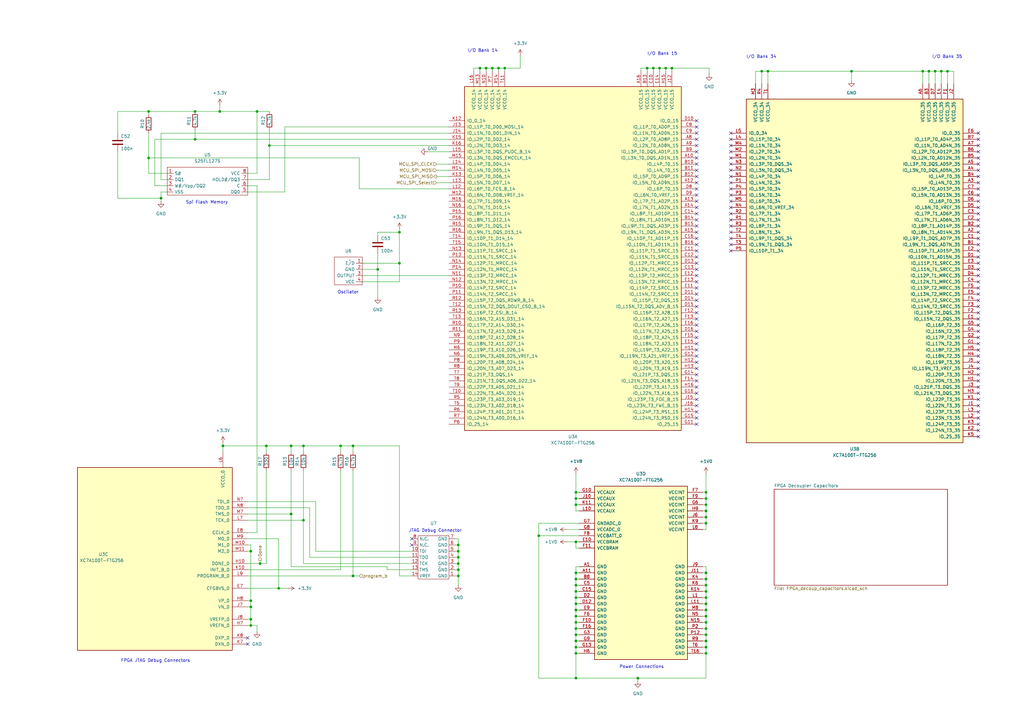
<source format=kicad_sch>
(kicad_sch (version 20230121) (generator eeschema)
  (paper "A3")
  (title_block (title "FPGA schematic") (date "2023-09-07") (rev "0"))
  (junction (at 80.01 57.15))
  (junction (at 383.54 29.21))
  (junction (at 378.46 29.21))
  (junction (at 163.83 107.95))
  (junction (at 236.22 247.65))
  (junction (at 204.47 27.94))
  (junction (at 236.22 250.19))
  (junction (at 289.56 234.95))
  (junction (at 289.56 255.27))
  (junction (at 139.7 182.88))
  (junction (at 102.87 254))
  (junction (at 236.22 201.93))
  (junction (at 261.62 278.13))
  (junction (at 91.44 182.88))
  (junction (at 187.96 236.22))
  (junction (at 265.43 27.94))
  (junction (at 270.51 27.94))
  (junction (at 314.96 29.21))
  (junction (at 289.56 245.11))
  (junction (at 90.17 45.72))
  (junction (at 236.22 252.73))
  (junction (at 105.41 45.72))
  (junction (at 273.05 27.94))
  (junction (at 289.56 214.63))
  (junction (at 187.96 228.6))
  (junction (at 187.96 231.14))
  (junction (at 236.22 262.89))
  (junction (at 207.01 27.94))
  (junction (at 289.56 207.01))
  (junction (at 144.78 236.22))
  (junction (at 110.49 59.69))
  (junction (at 187.96 233.68))
  (junction (at 236.22 240.03))
  (junction (at 196.85 27.94))
  (junction (at 187.96 226.06))
  (junction (at 236.22 207.01))
  (junction (at 275.59 27.94))
  (junction (at 201.93 27.94))
  (junction (at 119.38 210.82))
  (junction (at 236.22 204.47))
  (junction (at 109.22 182.88))
  (junction (at 388.62 29.21))
  (junction (at 236.22 260.35))
  (junction (at 119.38 182.88))
  (junction (at 60.96 45.72))
  (junction (at 289.56 247.65))
  (junction (at 236.22 245.11))
  (junction (at 163.83 95.25))
  (junction (at 102.87 256.54))
  (junction (at 236.22 267.97))
  (junction (at 349.25 29.21))
  (junction (at 187.96 223.52))
  (junction (at 289.56 242.57))
  (junction (at 289.56 240.03))
  (junction (at 236.22 257.81))
  (junction (at 199.39 27.94))
  (junction (at 236.22 242.57))
  (junction (at 236.22 237.49))
  (junction (at 312.42 29.21))
  (junction (at 289.56 212.09))
  (junction (at 236.22 265.43))
  (junction (at 236.22 255.27))
  (junction (at 289.56 260.35))
  (junction (at 154.94 110.49))
  (junction (at 144.78 182.88))
  (junction (at 289.56 257.81))
  (junction (at 114.3 241.3))
  (junction (at 236.22 278.13))
  (junction (at 236.22 234.95))
  (junction (at 289.56 209.55))
  (junction (at 386.08 29.21))
  (junction (at 60.96 64.77))
  (junction (at 289.56 267.97))
  (junction (at 381 29.21))
  (junction (at 106.68 231.14))
  (junction (at 102.87 246.38))
  (junction (at 289.56 252.73))
  (junction (at 66.04 81.28))
  (junction (at 102.87 248.92))
  (junction (at 289.56 262.89))
  (junction (at 236.22 222.25))
  (junction (at 289.56 201.93))
  (junction (at 220.98 219.71))
  (junction (at 289.56 250.19))
  (junction (at 124.46 213.36))
  (junction (at 267.97 27.94))
  (junction (at 80.01 45.72))
  (junction (at 102.87 226.06))
  (junction (at 289.56 237.49))
  (junction (at 289.56 204.47))
  (junction (at 124.46 182.88))
  (junction (at 289.56 265.43))
  (no_connect (at 285.75 120.65))
  (no_connect (at 299.72 80.01))
  (no_connect (at 299.72 64.77))
  (no_connect (at 401.32 118.11))
  (no_connect (at 299.72 90.17))
  (no_connect (at 401.32 97.79))
  (no_connect (at 401.32 161.29))
  (no_connect (at 401.32 57.15))
  (no_connect (at 401.32 176.53))
  (no_connect (at 401.32 95.25))
  (no_connect (at 299.72 100.33))
  (no_connect (at 285.75 74.93))
  (no_connect (at 285.75 110.49))
  (no_connect (at 401.32 123.19))
  (no_connect (at 401.32 125.73))
  (no_connect (at 285.75 158.75))
  (no_connect (at 401.32 179.07))
  (no_connect (at 401.32 72.39))
  (no_connect (at 401.32 54.61))
  (no_connect (at 401.32 151.13))
  (no_connect (at 285.75 72.39))
  (no_connect (at 299.72 59.69))
  (no_connect (at 285.75 163.83))
  (no_connect (at 401.32 59.69))
  (no_connect (at 401.32 115.57))
  (no_connect (at 401.32 113.03))
  (no_connect (at 285.75 135.89))
  (no_connect (at 285.75 85.09))
  (no_connect (at 299.72 74.93))
  (no_connect (at 401.32 69.85))
  (no_connect (at 401.32 80.01))
  (no_connect (at 299.72 57.15))
  (no_connect (at 401.32 168.91))
  (no_connect (at 285.75 102.87))
  (no_connect (at 285.75 143.51))
  (no_connect (at 299.72 62.23))
  (no_connect (at 285.75 171.45))
  (no_connect (at 401.32 82.55))
  (no_connect (at 285.75 54.61))
  (no_connect (at 299.72 72.39))
  (no_connect (at 401.32 166.37))
  (no_connect (at 285.75 125.73))
  (no_connect (at 401.32 156.21))
  (no_connect (at 285.75 166.37))
  (no_connect (at 168.91 220.98))
  (no_connect (at 285.75 67.31))
  (no_connect (at 285.75 153.67))
  (no_connect (at 401.32 105.41))
  (no_connect (at 401.32 102.87))
  (no_connect (at 401.32 135.89))
  (no_connect (at 285.75 156.21))
  (no_connect (at 285.75 123.19))
  (no_connect (at 401.32 92.71))
  (no_connect (at 285.75 97.79))
  (no_connect (at 285.75 128.27))
  (no_connect (at 401.32 107.95))
  (no_connect (at 401.32 67.31))
  (no_connect (at 285.75 90.17))
  (no_connect (at 299.72 87.63))
  (no_connect (at 285.75 133.35))
  (no_connect (at 285.75 82.55))
  (no_connect (at 401.32 173.99))
  (no_connect (at 299.72 85.09))
  (no_connect (at 299.72 77.47))
  (no_connect (at 401.32 153.67))
  (no_connect (at 285.75 148.59))
  (no_connect (at 299.72 69.85))
  (no_connect (at 285.75 118.11))
  (no_connect (at 401.32 163.83))
  (no_connect (at 285.75 52.07))
  (no_connect (at 285.75 59.69))
  (no_connect (at 285.75 115.57))
  (no_connect (at 285.75 151.13))
  (no_connect (at 401.32 133.35))
  (no_connect (at 285.75 168.91))
  (no_connect (at 299.72 102.87))
  (no_connect (at 285.75 95.25))
  (no_connect (at 285.75 69.85))
  (no_connect (at 285.75 80.01))
  (no_connect (at 401.32 87.63))
  (no_connect (at 285.75 87.63))
  (no_connect (at 401.32 140.97))
  (no_connect (at 401.32 77.47))
  (no_connect (at 285.75 92.71))
  (no_connect (at 285.75 140.97))
  (no_connect (at 401.32 110.49))
  (no_connect (at 401.32 128.27))
  (no_connect (at 285.75 49.53))
  (no_connect (at 401.32 158.75))
  (no_connect (at 401.32 64.77))
  (no_connect (at 101.6 261.62))
  (no_connect (at 299.72 54.61))
  (no_connect (at 401.32 146.05))
  (no_connect (at 299.72 67.31))
  (no_connect (at 285.75 100.33))
  (no_connect (at 285.75 161.29))
  (no_connect (at 285.75 113.03))
  (no_connect (at 401.32 90.17))
  (no_connect (at 299.72 97.79))
  (no_connect (at 285.75 146.05))
  (no_connect (at 285.75 64.77))
  (no_connect (at 168.91 223.52))
  (no_connect (at 401.32 171.45))
  (no_connect (at 401.32 120.65))
  (no_connect (at 285.75 57.15))
  (no_connect (at 401.32 143.51))
  (no_connect (at 285.75 105.41))
  (no_connect (at 401.32 148.59))
  (no_connect (at 401.32 62.23))
  (no_connect (at 285.75 62.23))
  (no_connect (at 401.32 130.81))
  (no_connect (at 285.75 138.43))
  (no_connect (at 285.75 107.95))
  (no_connect (at 401.32 100.33))
  (no_connect (at 401.32 138.43))
  (no_connect (at 101.6 264.16))
  (no_connect (at 401.32 85.09))
  (no_connect (at 299.72 82.55))
  (no_connect (at 299.72 95.25))
  (no_connect (at 285.75 173.99))
  (no_connect (at 401.32 74.93))
  (no_connect (at 285.75 130.81))
  (no_connect (at 299.72 92.71))
  (no_connect (at 285.75 77.47))
  (wire (pts (xy 154.94 95.25) (xy 154.94 96.52)))
  (wire (pts (xy 289.56 247.65) (xy 289.56 250.19)))
  (wire (pts (xy 270.51 27.94) (xy 270.51 29.21)))
  (wire (pts (xy 187.96 220.98) (xy 186.69 220.98)))
  (wire (pts (xy 60.96 45.72) (xy 80.01 45.72)))
  (wire (pts (xy 66.04 73.66) (xy 68.58 73.66)))
  (wire (pts (xy 101.6 210.82) (xy 119.38 210.82)))
  (wire (pts (xy 289.56 242.57) (xy 289.56 245.11)))
  (wire (pts (xy 63.5 57.15) (xy 63.5 76.2)))
  (wire (pts (xy 187.96 226.06) (xy 187.96 228.6)))
  (wire (pts (xy 386.08 29.21) (xy 386.08 34.29)))
  (wire (pts (xy 236.22 262.89) (xy 237.49 262.89)))
  (wire (pts (xy 207.01 27.94) (xy 207.01 29.21)))
  (wire (pts (xy 179.07 74.93) (xy 184.15 74.93)))
  (wire (pts (xy 127 228.6) (xy 127 208.28)))
  (wire (pts (xy 139.7 182.88) (xy 144.78 182.88)))
  (wire (pts (xy 102.87 248.92) (xy 102.87 254)))
  (wire (pts (xy 129.54 205.74) (xy 101.6 205.74)))
  (wire (pts (xy 63.5 57.15) (xy 80.01 57.15)))
  (wire (pts (xy 236.22 222.25) (xy 236.22 224.79)))
  (wire (pts (xy 102.87 226.06) (xy 102.87 246.38)))
  (wire (pts (xy 386.08 29.21) (xy 383.54 29.21)))
  (wire (pts (xy 236.22 209.55) (xy 237.49 209.55)))
  (wire (pts (xy 114.3 241.3) (xy 118.11 241.3)))
  (wire (pts (xy 289.56 250.19) (xy 288.29 250.19)))
  (wire (pts (xy 91.44 181.61) (xy 91.44 182.88)))
  (wire (pts (xy 148.59 107.95) (xy 163.83 107.95)))
  (wire (pts (xy 144.78 236.22) (xy 147.32 236.22)))
  (wire (pts (xy 158.75 232.41) (xy 119.38 232.41)))
  (wire (pts (xy 391.16 29.21) (xy 391.16 34.29)))
  (wire (pts (xy 187.96 223.52) (xy 186.69 223.52)))
  (wire (pts (xy 236.22 252.73) (xy 236.22 255.27)))
  (wire (pts (xy 236.22 207.01) (xy 236.22 209.55)))
  (wire (pts (xy 388.62 29.21) (xy 388.62 34.29)))
  (wire (pts (xy 220.98 214.63) (xy 220.98 219.71)))
  (wire (pts (xy 289.56 207.01) (xy 289.56 209.55)))
  (wire (pts (xy 66.04 54.61) (xy 184.15 54.61)))
  (wire (pts (xy 289.56 207.01) (xy 288.29 207.01)))
  (wire (pts (xy 101.6 231.14) (xy 106.68 231.14)))
  (wire (pts (xy 236.22 204.47) (xy 237.49 204.47)))
  (wire (pts (xy 289.56 209.55) (xy 288.29 209.55)))
  (wire (pts (xy 158.75 233.68) (xy 158.75 232.41)))
  (wire (pts (xy 289.56 204.47) (xy 288.29 204.47)))
  (wire (pts (xy 289.56 234.95) (xy 288.29 234.95)))
  (wire (pts (xy 236.22 234.95) (xy 236.22 237.49)))
  (wire (pts (xy 102.87 254) (xy 102.87 256.54)))
  (wire (pts (xy 106.68 229.87) (xy 106.68 231.14)))
  (wire (pts (xy 66.04 78.74) (xy 66.04 81.28)))
  (wire (pts (xy 179.07 69.85) (xy 184.15 69.85)))
  (wire (pts (xy 163.83 95.25) (xy 163.83 107.95)))
  (wire (pts (xy 236.22 260.35) (xy 237.49 260.35)))
  (wire (pts (xy 309.88 29.21) (xy 309.88 34.29)))
  (wire (pts (xy 236.22 234.95) (xy 237.49 234.95)))
  (wire (pts (xy 289.56 204.47) (xy 289.56 207.01)))
  (wire (pts (xy 60.96 64.77) (xy 60.96 71.12)))
  (wire (pts (xy 236.22 242.57) (xy 237.49 242.57)))
  (wire (pts (xy 168.91 228.6) (xy 127 228.6)))
  (wire (pts (xy 236.22 242.57) (xy 236.22 245.11)))
  (wire (pts (xy 236.22 245.11) (xy 237.49 245.11)))
  (wire (pts (xy 236.22 265.43) (xy 236.22 267.97)))
  (wire (pts (xy 265.43 27.94) (xy 267.97 27.94)))
  (wire (pts (xy 102.87 254) (xy 101.6 254)))
  (wire (pts (xy 102.87 223.52) (xy 101.6 223.52)))
  (wire (pts (xy 220.98 278.13) (xy 236.22 278.13)))
  (wire (pts (xy 148.59 115.57) (xy 163.83 115.57)))
  (wire (pts (xy 236.22 257.81) (xy 237.49 257.81)))
  (wire (pts (xy 144.78 182.88) (xy 144.78 185.42)))
  (wire (pts (xy 124.46 231.14) (xy 124.46 213.36)))
  (wire (pts (xy 236.22 240.03) (xy 237.49 240.03)))
  (wire (pts (xy 236.22 267.97) (xy 237.49 267.97)))
  (wire (pts (xy 289.56 260.35) (xy 288.29 260.35)))
  (wire (pts (xy 236.22 245.11) (xy 236.22 247.65)))
  (wire (pts (xy 220.98 219.71) (xy 237.49 219.71)))
  (wire (pts (xy 80.01 53.34) (xy 80.01 57.15)))
  (wire (pts (xy 163.83 93.98) (xy 163.83 95.25)))
  (wire (pts (xy 147.32 77.47) (xy 184.15 77.47)))
  (wire (pts (xy 289.56 201.93) (xy 289.56 204.47)))
  (wire (pts (xy 236.22 257.81) (xy 236.22 260.35)))
  (wire (pts (xy 124.46 182.88) (xy 124.46 185.42)))
  (wire (pts (xy 232.41 217.17) (xy 237.49 217.17)))
  (wire (pts (xy 236.22 194.31) (xy 236.22 201.93)))
  (wire (pts (xy 289.56 232.41) (xy 289.56 234.95)))
  (wire (pts (xy 105.41 71.12) (xy 105.41 45.72)))
  (wire (pts (xy 163.83 107.95) (xy 163.83 115.57)))
  (wire (pts (xy 289.56 234.95) (xy 289.56 237.49)))
  (wire (pts (xy 289.56 212.09) (xy 288.29 212.09)))
  (wire (pts (xy 66.04 81.28) (xy 66.04 82.55)))
  (wire (pts (xy 349.25 29.21) (xy 349.25 33.02)))
  (wire (pts (xy 236.22 250.19) (xy 237.49 250.19)))
  (wire (pts (xy 179.07 67.31) (xy 184.15 67.31)))
  (wire (pts (xy 314.96 29.21) (xy 349.25 29.21)))
  (wire (pts (xy 105.41 76.2) (xy 105.41 218.44)))
  (wire (pts (xy 289.56 252.73) (xy 289.56 255.27)))
  (wire (pts (xy 289.56 209.55) (xy 289.56 212.09)))
  (wire (pts (xy 116.84 52.07) (xy 184.15 52.07)))
  (wire (pts (xy 60.96 71.12) (xy 68.58 71.12)))
  (wire (pts (xy 289.56 247.65) (xy 288.29 247.65)))
  (wire (pts (xy 289.56 242.57) (xy 288.29 242.57)))
  (wire (pts (xy 48.26 45.72) (xy 60.96 45.72)))
  (wire (pts (xy 105.41 218.44) (xy 101.6 218.44)))
  (wire (pts (xy 187.96 226.06) (xy 186.69 226.06)))
  (wire (pts (xy 388.62 29.21) (xy 386.08 29.21)))
  (wire (pts (xy 289.56 260.35) (xy 289.56 262.89)))
  (wire (pts (xy 204.47 27.94) (xy 204.47 29.21)))
  (wire (pts (xy 90.17 45.72) (xy 105.41 45.72)))
  (wire (pts (xy 106.68 231.14) (xy 109.22 231.14)))
  (wire (pts (xy 220.98 219.71) (xy 220.98 278.13)))
  (wire (pts (xy 184.15 62.23) (xy 175.26 62.23)))
  (wire (pts (xy 314.96 29.21) (xy 312.42 29.21)))
  (wire (pts (xy 109.22 182.88) (xy 119.38 182.88)))
  (wire (pts (xy 147.32 64.77) (xy 147.32 77.47)))
  (wire (pts (xy 289.56 250.19) (xy 289.56 252.73)))
  (wire (pts (xy 262.89 27.94) (xy 265.43 27.94)))
  (wire (pts (xy 179.07 72.39) (xy 184.15 72.39)))
  (wire (pts (xy 378.46 29.21) (xy 378.46 34.29)))
  (wire (pts (xy 154.94 104.14) (xy 154.94 110.49)))
  (wire (pts (xy 101.6 71.12) (xy 105.41 71.12)))
  (wire (pts (xy 127 208.28) (xy 101.6 208.28)))
  (wire (pts (xy 187.96 233.68) (xy 187.96 236.22)))
  (wire (pts (xy 261.62 279.4) (xy 261.62 278.13)))
  (wire (pts (xy 349.25 29.21) (xy 378.46 29.21)))
  (wire (pts (xy 289.56 257.81) (xy 289.56 260.35)))
  (wire (pts (xy 275.59 27.94) (xy 290.83 27.94)))
  (wire (pts (xy 154.94 95.25) (xy 163.83 95.25)))
  (wire (pts (xy 289.56 255.27) (xy 289.56 257.81)))
  (wire (pts (xy 236.22 232.41) (xy 236.22 234.95)))
  (wire (pts (xy 237.49 214.63) (xy 220.98 214.63)))
  (wire (pts (xy 289.56 201.93) (xy 288.29 201.93)))
  (wire (pts (xy 236.22 237.49) (xy 236.22 240.03)))
  (wire (pts (xy 163.83 182.88) (xy 163.83 236.22)))
  (wire (pts (xy 289.56 278.13) (xy 261.62 278.13)))
  (wire (pts (xy 289.56 262.89) (xy 289.56 265.43)))
  (wire (pts (xy 204.47 27.94) (xy 201.93 27.94)))
  (wire (pts (xy 289.56 237.49) (xy 288.29 237.49)))
  (wire (pts (xy 236.22 232.41) (xy 237.49 232.41)))
  (wire (pts (xy 102.87 223.52) (xy 102.87 226.06)))
  (wire (pts (xy 196.85 27.94) (xy 194.31 27.94)))
  (wire (pts (xy 102.87 246.38) (xy 102.87 248.92)))
  (wire (pts (xy 114.3 220.98) (xy 114.3 241.3)))
  (wire (pts (xy 105.41 256.54) (xy 102.87 256.54)))
  (wire (pts (xy 289.56 194.31) (xy 289.56 201.93)))
  (wire (pts (xy 105.41 76.2) (xy 101.6 76.2)))
  (wire (pts (xy 187.96 223.52) (xy 187.96 226.06)))
  (wire (pts (xy 101.6 78.74) (xy 116.84 78.74)))
  (wire (pts (xy 101.6 241.3) (xy 114.3 241.3)))
  (wire (pts (xy 110.49 59.69) (xy 184.15 59.69)))
  (wire (pts (xy 381 29.21) (xy 381 34.29)))
  (wire (pts (xy 236.22 247.65) (xy 237.49 247.65)))
  (wire (pts (xy 102.87 248.92) (xy 101.6 248.92)))
  (wire (pts (xy 144.78 236.22) (xy 144.78 193.04)))
  (wire (pts (xy 236.22 255.27) (xy 236.22 257.81)))
  (wire (pts (xy 168.91 231.14) (xy 124.46 231.14)))
  (wire (pts (xy 105.41 256.54) (xy 105.41 259.08)))
  (wire (pts (xy 236.22 255.27) (xy 237.49 255.27)))
  (wire (pts (xy 63.5 76.2) (xy 68.58 76.2)))
  (wire (pts (xy 289.56 217.17) (xy 288.29 217.17)))
  (wire (pts (xy 102.87 256.54) (xy 101.6 256.54)))
  (wire (pts (xy 289.56 265.43) (xy 289.56 267.97)))
  (wire (pts (xy 168.91 233.68) (xy 158.75 233.68)))
  (wire (pts (xy 314.96 29.21) (xy 314.96 34.29)))
  (wire (pts (xy 270.51 27.94) (xy 273.05 27.94)))
  (wire (pts (xy 187.96 233.68) (xy 186.69 233.68)))
  (wire (pts (xy 124.46 182.88) (xy 139.7 182.88)))
  (wire (pts (xy 232.41 222.25) (xy 236.22 222.25)))
  (wire (pts (xy 109.22 182.88) (xy 109.22 185.42)))
  (wire (pts (xy 80.01 45.72) (xy 90.17 45.72)))
  (wire (pts (xy 168.91 226.06) (xy 129.54 226.06)))
  (wire (pts (xy 139.7 182.88) (xy 139.7 185.42)))
  (wire (pts (xy 289.56 245.11) (xy 289.56 247.65)))
  (wire (pts (xy 68.58 78.74) (xy 66.04 78.74)))
  (wire (pts (xy 101.6 233.68) (xy 139.7 233.68)))
  (wire (pts (xy 236.22 265.43) (xy 237.49 265.43)))
  (wire (pts (xy 60.96 64.77) (xy 147.32 64.77)))
  (wire (pts (xy 101.6 220.98) (xy 114.3 220.98)))
  (wire (pts (xy 187.96 231.14) (xy 186.69 231.14)))
  (wire (pts (xy 60.96 45.72) (xy 60.96 46.99)))
  (wire (pts (xy 312.42 29.21) (xy 312.42 34.29)))
  (wire (pts (xy 154.94 110.49) (xy 154.94 121.92)))
  (wire (pts (xy 124.46 213.36) (xy 124.46 193.04)))
  (wire (pts (xy 289.56 252.73) (xy 288.29 252.73)))
  (wire (pts (xy 80.01 57.15) (xy 184.15 57.15)))
  (wire (pts (xy 129.54 226.06) (xy 129.54 205.74)))
  (wire (pts (xy 289.56 262.89) (xy 288.29 262.89)))
  (wire (pts (xy 265.43 27.94) (xy 265.43 29.21)))
  (wire (pts (xy 187.96 228.6) (xy 186.69 228.6)))
  (wire (pts (xy 199.39 27.94) (xy 199.39 29.21)))
  (wire (pts (xy 207.01 27.94) (xy 204.47 27.94)))
  (wire (pts (xy 275.59 27.94) (xy 275.59 29.21)))
  (wire (pts (xy 116.84 78.74) (xy 116.84 52.07)))
  (wire (pts (xy 289.56 240.03) (xy 289.56 242.57)))
  (wire (pts (xy 110.49 53.34) (xy 110.49 59.69)))
  (wire (pts (xy 236.22 201.93) (xy 237.49 201.93)))
  (wire (pts (xy 110.49 59.69) (xy 110.49 73.66)))
  (wire (pts (xy 383.54 29.21) (xy 383.54 34.29)))
  (wire (pts (xy 273.05 27.94) (xy 273.05 29.21)))
  (wire (pts (xy 119.38 193.04) (xy 119.38 210.82)))
  (wire (pts (xy 267.97 27.94) (xy 270.51 27.94)))
  (wire (pts (xy 119.38 232.41) (xy 119.38 210.82)))
  (wire (pts (xy 187.96 236.22) (xy 186.69 236.22)))
  (wire (pts (xy 102.87 226.06) (xy 101.6 226.06)))
  (wire (pts (xy 289.56 232.41) (xy 288.29 232.41)))
  (wire (pts (xy 236.22 260.35) (xy 236.22 262.89)))
  (wire (pts (xy 199.39 27.94) (xy 196.85 27.94)))
  (wire (pts (xy 102.87 246.38) (xy 101.6 246.38)))
  (wire (pts (xy 66.04 81.28) (xy 48.26 81.28)))
  (wire (pts (xy 60.96 54.61) (xy 60.96 64.77)))
  (wire (pts (xy 236.22 204.47) (xy 236.22 207.01)))
  (wire (pts (xy 101.6 236.22) (xy 144.78 236.22)))
  (wire (pts (xy 236.22 207.01) (xy 237.49 207.01)))
  (wire (pts (xy 119.38 182.88) (xy 124.46 182.88)))
  (wire (pts (xy 236.22 262.89) (xy 236.22 265.43)))
  (wire (pts (xy 290.83 27.94) (xy 290.83 30.48)))
  (wire (pts (xy 194.31 27.94) (xy 194.31 29.21)))
  (wire (pts (xy 168.91 236.22) (xy 163.83 236.22)))
  (wire (pts (xy 391.16 29.21) (xy 388.62 29.21)))
  (wire (pts (xy 273.05 27.94) (xy 275.59 27.94)))
  (wire (pts (xy 312.42 29.21) (xy 309.88 29.21)))
  (wire (pts (xy 289.56 245.11) (xy 288.29 245.11)))
  (wire (pts (xy 289.56 265.43) (xy 288.29 265.43)))
  (wire (pts (xy 236.22 224.79) (xy 237.49 224.79)))
  (wire (pts (xy 91.44 182.88) (xy 109.22 182.88)))
  (wire (pts (xy 236.22 247.65) (xy 236.22 250.19)))
  (wire (pts (xy 381 29.21) (xy 378.46 29.21)))
  (wire (pts (xy 101.6 73.66) (xy 110.49 73.66)))
  (wire (pts (xy 201.93 27.94) (xy 199.39 27.94)))
  (wire (pts (xy 236.22 222.25) (xy 237.49 222.25)))
  (wire (pts (xy 213.36 22.86) (xy 213.36 27.94)))
  (wire (pts (xy 119.38 182.88) (xy 119.38 185.42)))
  (wire (pts (xy 383.54 29.21) (xy 381 29.21)))
  (wire (pts (xy 66.04 54.61) (xy 66.04 73.66)))
  (wire (pts (xy 236.22 201.93) (xy 236.22 204.47)))
  (wire (pts (xy 48.26 62.23) (xy 48.26 81.28)))
  (wire (pts (xy 236.22 250.19) (xy 236.22 252.73)))
  (wire (pts (xy 148.59 110.49) (xy 154.94 110.49)))
  (wire (pts (xy 289.56 255.27) (xy 288.29 255.27)))
  (wire (pts (xy 48.26 45.72) (xy 48.26 54.61)))
  (wire (pts (xy 289.56 214.63) (xy 288.29 214.63)))
  (wire (pts (xy 289.56 240.03) (xy 288.29 240.03)))
  (wire (pts (xy 289.56 267.97) (xy 288.29 267.97)))
  (wire (pts (xy 289.56 237.49) (xy 289.56 240.03)))
  (wire (pts (xy 187.96 228.6) (xy 187.96 231.14)))
  (wire (pts (xy 236.22 278.13) (xy 261.62 278.13)))
  (wire (pts (xy 236.22 267.97) (xy 236.22 278.13)))
  (wire (pts (xy 139.7 233.68) (xy 139.7 193.04)))
  (wire (pts (xy 267.97 27.94) (xy 267.97 29.21)))
  (wire (pts (xy 187.96 231.14) (xy 187.96 233.68)))
  (wire (pts (xy 289.56 267.97) (xy 289.56 278.13)))
  (wire (pts (xy 207.01 27.94) (xy 213.36 27.94)))
  (wire (pts (xy 289.56 214.63) (xy 289.56 217.17)))
  (wire (pts (xy 196.85 27.94) (xy 196.85 29.21)))
  (wire (pts (xy 101.6 213.36) (xy 124.46 213.36)))
  (wire (pts (xy 105.41 45.72) (xy 110.49 45.72)))
  (wire (pts (xy 201.93 27.94) (xy 201.93 29.21)))
  (wire (pts (xy 289.56 212.09) (xy 289.56 214.63)))
  (wire (pts (xy 236.22 237.49) (xy 237.49 237.49)))
  (wire (pts (xy 187.96 236.22) (xy 187.96 240.03)))
  (wire (pts (xy 236.22 240.03) (xy 236.22 242.57)))
  (wire (pts (xy 144.78 182.88) (xy 163.83 182.88)))
  (wire (pts (xy 90.17 43.18) (xy 90.17 45.72)))
  (wire (pts (xy 148.59 113.03) (xy 184.15 113.03)))
  (wire (pts (xy 236.22 252.73) (xy 237.49 252.73)))
  (wire (pts (xy 289.56 257.81) (xy 288.29 257.81)))
  (wire (pts (xy 187.96 220.98) (xy 187.96 223.52)))
  (wire (pts (xy 109.22 193.04) (xy 109.22 231.14)))
  (wire (pts (xy 262.89 27.94) (xy 262.89 29.21)))
  (wire (pts (xy 91.44 182.88) (xy 91.44 185.42)))
  (text "JTAG Debug Connector" (at 167.64 218.44 0) (effects (font (size 1.27 1.27)) (justify left bottom)))
  (text "FPGA JTAG Debug Connectors" (at 49.53 271.78 0) (effects (font (size 1.27 1.27)) (justify left bottom)))
  (text "Spi Flash Memory" (at 76.2 83.82 0) (effects (font (size 1.27 1.27)) (justify left bottom)))
  (text "I/O Bank 35" (at 382.27 24.13 0) (effects (font (size 1.27 1.27)) (justify left bottom)))
  (text "I/O Bank 34" (at 306.07 24.13 0) (effects (font (size 1.27 1.27)) (justify left bottom)))
  (text "I/O Bank 15" (at 265.43 22.86 0) (effects (font (size 1.27 1.27)) (justify left bottom)))
  (text "Power Connections" (at 254 274.32 0) (effects (font (size 1.27 1.27)) (justify left bottom)))
  (text "Oscilator" (at 138.43 120.65 0) (effects (font (size 1.27 1.27)) (justify left bottom)))
  (text "I/O Bank 14" (at 191.77 21.59 0) (effects (font (size 1.27 1.27)) (justify left bottom)))
  (hierarchical_label "MCU_SPI_MISO" (shape output) (at 179.07 72.39 180))
  (hierarchical_label "MCU_SPI_MOSI" (shape input) (at 179.07 69.85 180))
  (hierarchical_label "Done" (shape output) (at 106.68 229.87 90))
  (hierarchical_label "program_b" (shape input) (at 147.32 236.22 0))
  (hierarchical_label "MCU_SPI_Select" (shape input) (at 179.07 74.93 180))
  (hierarchical_label "MCU_SPI_CLCK" (shape input) (at 179.07 67.31 180))
  (symbol (lib_id "Device:C") (at 154.94 100.33 0) (unit 1)
    (property "Reference" "C53" (at 156.21 97.79 0) (effects (justify left)))
    (property "Value" "100n" (at 156.21 102.87 0) (effects (justify left)))
  )
  (symbol (lib_id "GuitarZero:S25FL127S") (at 85.09 72.39 0) (unit 1)
    (property "Reference" "U5" (at 85.09 63.5 0))
    (property "Value" "S25FL127S" (at 85.09 66.04 0))
  )
  (symbol (lib_id "Device:R") (at 139.7 189.23 180) (unit 1)
    (property "Reference" "R15" (at 137.16 189.23 90))
    (property "Value" "4.7k" (at 139.7 189.23 90))
  )
  (symbol (lib_id "power:GND") (at 66.04 82.55 0) (unit 1)
    (property "Reference" "#PWR024" (effects hide))
    (property "Value" "GND" (at 66.04 87.63 0))
  )
  (symbol (lib_id "power:GND") (at 349.25 33.02 0) (unit 1)
    (property "Reference" "#PWR022" (effects hide))
    (property "Value" "GND" (at 349.25 38.1 0))
  )
  (symbol (lib_id "power:GND") (at 187.96 240.03 0) (unit 1)
    (property "Reference" "#PWR030" (effects hide))
    (property "Value" "GND" (at 187.96 245.11 0))
  )
  (symbol (lib_id "power:GND") (at 290.83 30.48 0) (unit 1)
    (property "Reference" "#PWR028" (effects hide))
    (property "Value" "GND" (at 290.83 35.56 0))
  )
  (symbol (lib_id "Device:R") (at 124.46 189.23 180) (unit 1)
    (property "Reference" "R14" (at 121.92 189.23 90))
    (property "Value" "10k" (at 124.46 189.23 90))
  )
  (symbol (lib_id "FPGA_Xilinx_Artix7:XC7A100T-FTG256") (at 350.52 107.95 0) (unit 2)
    (property "Reference" "U3" (at 350.52 184.15 0))
    (property "Value" "XC7A100T-FTG256" (at 350.52 186.69 0))
  )
  (symbol (lib_id "FPGA_Xilinx_Artix7:XC7A100T-FTG256") (at 234.95 102.87 0) (unit 1)
    (property "Reference" "U3" (at 234.95 179.07 0))
    (property "Value" "XC7A100T-FTG256" (at 234.95 181.61 0))
  )
  (symbol (lib_id "power:+1V8") (at 232.41 217.17 90) (unit 1)
    (property "Reference" "#PWR023" (effects hide))
    (property "Value" "+1V8" (at 228.6 217.17 90) (effects (justify left)))
  )
  (symbol (lib_id "power:GND") (at 175.26 62.23 270) (unit 1)
    (property "Reference" "#PWR029" (effects hide))
    (property "Value" "GND" (at 175.26 60.96 90) (effects (justify left)))
  )
  (symbol (lib_id "Device:R") (at 144.78 189.23 180) (unit 1)
    (property "Reference" "R16" (at 142.24 189.23 90))
    (property "Value" "4.7k" (at 144.78 189.23 90))
  )
  (symbol (lib_id "power:+3.3V") (at 163.83 93.98 0) (unit 1)
    (property "Reference" "#PWR026" (effects hide))
    (property "Value" "+3.3V" (at 163.83 88.9 0))
  )
  (symbol (lib_id "power:+1V8") (at 236.22 194.31 0) (unit 1)
    (property "Reference" "#PWR018" (effects hide))
    (property "Value" "+1V8" (at 236.22 189.23 0))
  )
  (symbol (lib_id "Device:R") (at 109.22 189.23 180) (unit 1)
    (property "Reference" "R17" (at 106.68 189.23 90))
    (property "Value" "330" (at 109.22 189.23 90))
  )
  (symbol (lib_id "power:GND") (at 154.94 121.92 0) (unit 1)
    (property "Reference" "#PWR027" (effects hide))
    (property "Value" "GND" (at 154.94 127 0))
  )
  (symbol (lib_id "power:+3.3V") (at 118.11 241.3 270) (unit 1)
    (property "Reference" "#PWR031" (effects hide))
    (property "Value" "+3.3V" (at 121.92 241.3 90) (effects (justify left)))
  )
  (symbol (lib_id "Device:R") (at 80.01 49.53 180) (unit 1)
    (property "Reference" "R11" (at 77.47 49.53 90))
    (property "Value" "4.7k" (at 80.01 49.53 90))
  )
  (symbol (lib_id "power:+1V0") (at 232.41 222.25 90) (unit 1)
    (property "Reference" "#PWR019" (effects hide))
    (property "Value" "+1V0" (at 228.6 222.25 90) (effects (justify left)))
  )
  (symbol (lib_id "power:+3.3V") (at 213.36 22.86 0) (unit 1)
    (property "Reference" "#PWR021" (effects hide))
    (property "Value" "+3.3V" (at 213.36 17.78 0))
  )
  (symbol (lib_id "FPGA_Xilinx_Artix7:XC7A100T-FTG256") (at 262.89 234.95 0) (unit 4)
    (property "Reference" "U3" (at 262.89 194.31 0))
    (property "Value" "XC7A100T-FTG256" (at 262.89 196.85 0))
  )
  (symbol (lib_id "power:+3.3V") (at 91.44 181.61 0) (unit 1)
    (property "Reference" "#PWR020" (effects hide))
    (property "Value" "+3.3V" (at 91.44 176.53 0))
  )
  (symbol (lib_id "power:+1V0") (at 289.56 194.31 0) (unit 1)
    (property "Reference" "#PWR017" (effects hide))
    (property "Value" "+1V0" (at 289.56 189.23 0))
  )
  (symbol (lib_id "power:+3.3V") (at 90.17 43.18 0) (unit 1)
    (property "Reference" "#PWR025" (effects hide))
    (property "Value" "+3.3V" (at 90.17 38.1 0))
  )
  (symbol (lib_id "Device:R") (at 119.38 189.23 180) (unit 1)
    (property "Reference" "R13" (at 116.84 189.23 90))
    (property "Value" "10k" (at 119.38 189.23 90))
  )
  (symbol (lib_id "FPGA_Xilinx_Artix7:XC7A100T-FTG256") (at 63.5 226.06 0) (unit 3)
    (property "Reference" "U3" (at 44.45 227.33 0) (effects (justify right)))
    (property "Value" "XC7A100T-FTG256" (at 50.8 229.87 0) (effects (justify right)))
  )
  (symbol (lib_id "GuitarZero:oscilator") (at 143.51 111.76 0) (unit 1)
    (property "Reference" "U6" (at 142.875 102.87 0))
    (property "Value" "~" (at 143.51 106.68 0))
  )
  (symbol (lib_id "GuitarZero:FPGA_JTAG_Connector") (at 180.34 232.41 180) (unit 1)
    (property "Reference" "U7" (at 177.8 214.63 0))
    (property "Value" "~" (at 180.34 232.41 0))
  )
  (symbol (lib_id "Device:C") (at 48.26 58.42 0) (unit 1)
    (property "Reference" "C52" (at 49.53 55.88 0) (effects (justify left)))
    (property "Value" "100n" (at 49.53 60.96 0) (effects (justify left)))
  )
  (symbol (lib_id "power:GND") (at 105.41 259.08 0) (unit 1)
    (property "Reference" "#PWR032" (effects hide))
    (property "Value" "GND" (at 105.41 264.16 0))
  )
  (symbol (lib_id "Device:R") (at 110.49 49.53 180) (unit 1)
    (property "Reference" "R12" (at 107.95 49.53 90))
    (property "Value" "4.7k" (at 110.49 49.53 90))
  )
  (symbol (lib_id "power:GND") (at 261.62 279.4 0) (unit 1)
    (property "Reference" "#PWR016" (effects hide))
    (property "Value" "GND" (at 261.62 284.48 0))
  )
  (symbol (lib_id "Device:R") (at 60.96 50.8 180) (unit 1)
    (property "Reference" "R10" (at 58.42 50.8 90))
    (property "Value" "2.4k" (at 60.96 50.8 90))
  )
  (sheet (at 317.5 200.66) (size 71.12 39.37) (stroke (width 0.1524))
    (property "Sheetname" "FPGA Decoupler Capacitors" (at 317.5 199.9484 0) (effects (justify left bottom)))
    (property "Sheetfile" "FPGA_decoup_capacitors.kicad_sch" (at 317.5 240.6146 0) (effects (justify left top)))
  )
)
</source>
